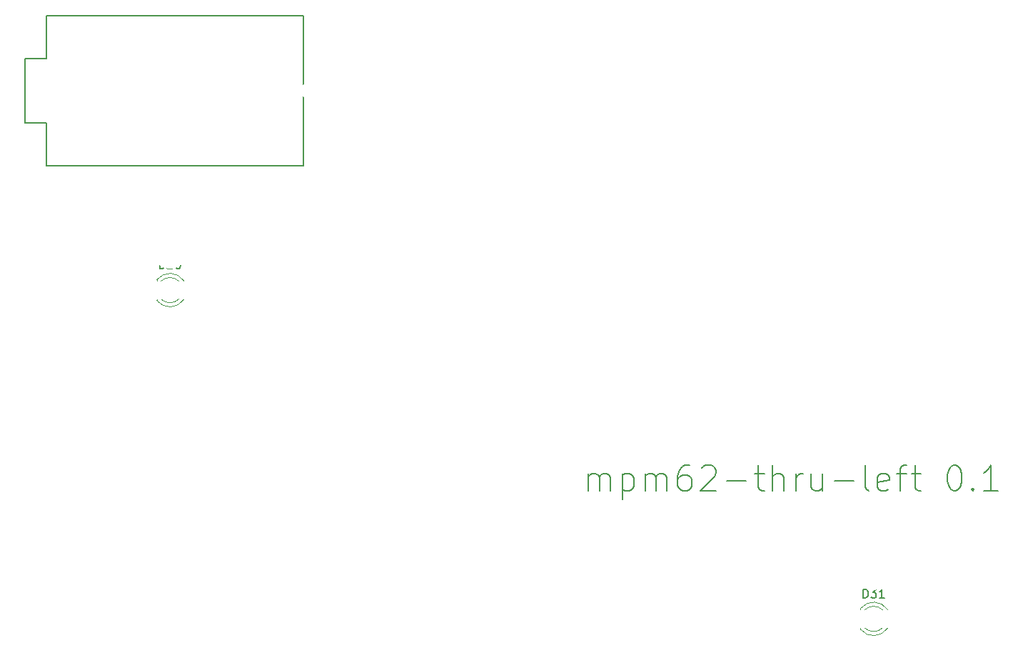
<source format=gto>
G04 #@! TF.GenerationSoftware,KiCad,Pcbnew,(5.1.4-0-10_14)*
G04 #@! TF.CreationDate,2020-10-01T03:15:46-07:00*
G04 #@! TF.ProjectId,mpm62-kb-left,6d706d36-322d-46b6-922d-6c6566742e6b,rev?*
G04 #@! TF.SameCoordinates,Original*
G04 #@! TF.FileFunction,Legend,Top*
G04 #@! TF.FilePolarity,Positive*
%FSLAX46Y46*%
G04 Gerber Fmt 4.6, Leading zero omitted, Abs format (unit mm)*
G04 Created by KiCad (PCBNEW (5.1.4-0-10_14)) date 2020-10-01 03:15:46*
%MOMM*%
%LPD*%
G04 APERTURE LIST*
%ADD10C,0.150000*%
%ADD11C,0.120000*%
%ADD12C,1.702000*%
%ADD13R,1.702000X1.702000*%
%ADD14O,1.502000X1.502000*%
%ADD15C,1.502000*%
%ADD16C,1.852000*%
%ADD17C,4.089800*%
%ADD18C,3.150000*%
%ADD19O,1.802000X1.802000*%
%ADD20R,1.802000X1.802000*%
%ADD21O,1.702000X1.702000*%
%ADD22C,1.902000*%
%ADD23R,1.902000X1.902000*%
G04 APERTURE END LIST*
D10*
X145648214Y-107719642D02*
X145648214Y-105719642D01*
X145648214Y-106005357D02*
X145791071Y-105862500D01*
X146076785Y-105719642D01*
X146505357Y-105719642D01*
X146791071Y-105862500D01*
X146933928Y-106148214D01*
X146933928Y-107719642D01*
X146933928Y-106148214D02*
X147076785Y-105862500D01*
X147362500Y-105719642D01*
X147791071Y-105719642D01*
X148076785Y-105862500D01*
X148219642Y-106148214D01*
X148219642Y-107719642D01*
X149648214Y-105719642D02*
X149648214Y-108719642D01*
X149648214Y-105862500D02*
X149933928Y-105719642D01*
X150505357Y-105719642D01*
X150791071Y-105862500D01*
X150933928Y-106005357D01*
X151076785Y-106291071D01*
X151076785Y-107148214D01*
X150933928Y-107433928D01*
X150791071Y-107576785D01*
X150505357Y-107719642D01*
X149933928Y-107719642D01*
X149648214Y-107576785D01*
X152362500Y-107719642D02*
X152362500Y-105719642D01*
X152362500Y-106005357D02*
X152505357Y-105862500D01*
X152791071Y-105719642D01*
X153219642Y-105719642D01*
X153505357Y-105862500D01*
X153648214Y-106148214D01*
X153648214Y-107719642D01*
X153648214Y-106148214D02*
X153791071Y-105862500D01*
X154076785Y-105719642D01*
X154505357Y-105719642D01*
X154791071Y-105862500D01*
X154933928Y-106148214D01*
X154933928Y-107719642D01*
X157648214Y-104719642D02*
X157076785Y-104719642D01*
X156791071Y-104862500D01*
X156648214Y-105005357D01*
X156362500Y-105433928D01*
X156219642Y-106005357D01*
X156219642Y-107148214D01*
X156362500Y-107433928D01*
X156505357Y-107576785D01*
X156791071Y-107719642D01*
X157362500Y-107719642D01*
X157648214Y-107576785D01*
X157791071Y-107433928D01*
X157933928Y-107148214D01*
X157933928Y-106433928D01*
X157791071Y-106148214D01*
X157648214Y-106005357D01*
X157362500Y-105862500D01*
X156791071Y-105862500D01*
X156505357Y-106005357D01*
X156362500Y-106148214D01*
X156219642Y-106433928D01*
X159076785Y-105005357D02*
X159219642Y-104862500D01*
X159505357Y-104719642D01*
X160219642Y-104719642D01*
X160505357Y-104862500D01*
X160648214Y-105005357D01*
X160791071Y-105291071D01*
X160791071Y-105576785D01*
X160648214Y-106005357D01*
X158933928Y-107719642D01*
X160791071Y-107719642D01*
X162076785Y-106576785D02*
X164362500Y-106576785D01*
X165362500Y-105719642D02*
X166505357Y-105719642D01*
X165791071Y-104719642D02*
X165791071Y-107291071D01*
X165933928Y-107576785D01*
X166219642Y-107719642D01*
X166505357Y-107719642D01*
X167505357Y-107719642D02*
X167505357Y-104719642D01*
X168791071Y-107719642D02*
X168791071Y-106148214D01*
X168648214Y-105862500D01*
X168362500Y-105719642D01*
X167933928Y-105719642D01*
X167648214Y-105862500D01*
X167505357Y-106005357D01*
X170219642Y-107719642D02*
X170219642Y-105719642D01*
X170219642Y-106291071D02*
X170362500Y-106005357D01*
X170505357Y-105862500D01*
X170791071Y-105719642D01*
X171076785Y-105719642D01*
X173362500Y-105719642D02*
X173362500Y-107719642D01*
X172076785Y-105719642D02*
X172076785Y-107291071D01*
X172219642Y-107576785D01*
X172505357Y-107719642D01*
X172933928Y-107719642D01*
X173219642Y-107576785D01*
X173362500Y-107433928D01*
X174791071Y-106576785D02*
X177076785Y-106576785D01*
X178933928Y-107719642D02*
X178648214Y-107576785D01*
X178505357Y-107291071D01*
X178505357Y-104719642D01*
X181219642Y-107576785D02*
X180933928Y-107719642D01*
X180362500Y-107719642D01*
X180076785Y-107576785D01*
X179933928Y-107291071D01*
X179933928Y-106148214D01*
X180076785Y-105862500D01*
X180362500Y-105719642D01*
X180933928Y-105719642D01*
X181219642Y-105862500D01*
X181362500Y-106148214D01*
X181362500Y-106433928D01*
X179933928Y-106719642D01*
X182219642Y-105719642D02*
X183362500Y-105719642D01*
X182648214Y-107719642D02*
X182648214Y-105148214D01*
X182791071Y-104862500D01*
X183076785Y-104719642D01*
X183362500Y-104719642D01*
X183933928Y-105719642D02*
X185076785Y-105719642D01*
X184362500Y-104719642D02*
X184362500Y-107291071D01*
X184505357Y-107576785D01*
X184791071Y-107719642D01*
X185076785Y-107719642D01*
X188933928Y-104719642D02*
X189219642Y-104719642D01*
X189505357Y-104862500D01*
X189648214Y-105005357D01*
X189791071Y-105291071D01*
X189933928Y-105862500D01*
X189933928Y-106576785D01*
X189791071Y-107148214D01*
X189648214Y-107433928D01*
X189505357Y-107576785D01*
X189219642Y-107719642D01*
X188933928Y-107719642D01*
X188648214Y-107576785D01*
X188505357Y-107433928D01*
X188362500Y-107148214D01*
X188219642Y-106576785D01*
X188219642Y-105862500D01*
X188362500Y-105291071D01*
X188505357Y-105005357D01*
X188648214Y-104862500D01*
X188933928Y-104719642D01*
X191219642Y-107433928D02*
X191362500Y-107576785D01*
X191219642Y-107719642D01*
X191076785Y-107576785D01*
X191219642Y-107433928D01*
X191219642Y-107719642D01*
X194219642Y-107719642D02*
X192505357Y-107719642D01*
X193362500Y-107719642D02*
X193362500Y-104719642D01*
X193076785Y-105148214D01*
X192791071Y-105433928D01*
X192505357Y-105576785D01*
X81360000Y-69215000D02*
X111840000Y-69215000D01*
X81360000Y-64135000D02*
X81360000Y-69215000D01*
X78820000Y-64135000D02*
X81360000Y-64135000D01*
X78820000Y-56515000D02*
X78820000Y-64135000D01*
X81360000Y-56515000D02*
X78820000Y-56515000D01*
X81360000Y-51435000D02*
X81360000Y-56515000D01*
X111840000Y-51435000D02*
X81360000Y-51435000D01*
X111840000Y-69215000D02*
X111840000Y-51435000D01*
D11*
X177908500Y-123988750D02*
X177908500Y-124144750D01*
X177908500Y-121672750D02*
X177908500Y-121828750D01*
X180509630Y-123988587D02*
G75*
G02X178427539Y-123988750I-1041130J1079837D01*
G01*
X180509630Y-121828913D02*
G75*
G03X178427539Y-121828750I-1041130J-1079837D01*
G01*
X181140835Y-123987358D02*
G75*
G02X177908500Y-124144266I-1672335J1078608D01*
G01*
X181140835Y-121830142D02*
G75*
G03X177908500Y-121673234I-1672335J-1078608D01*
G01*
X94452000Y-85027000D02*
X94452000Y-85183000D01*
X94452000Y-82711000D02*
X94452000Y-82867000D01*
X97053130Y-85026837D02*
G75*
G02X94971039Y-85027000I-1041130J1079837D01*
G01*
X97053130Y-82867163D02*
G75*
G03X94971039Y-82867000I-1041130J-1079837D01*
G01*
X97684335Y-85025608D02*
G75*
G02X94452000Y-85182516I-1672335J1078608D01*
G01*
X97684335Y-82868392D02*
G75*
G03X94452000Y-82711484I-1672335J-1078608D01*
G01*
D10*
X178254214Y-120401130D02*
X178254214Y-119401130D01*
X178492309Y-119401130D01*
X178635166Y-119448750D01*
X178730404Y-119543988D01*
X178778023Y-119639226D01*
X178825642Y-119829702D01*
X178825642Y-119972559D01*
X178778023Y-120163035D01*
X178730404Y-120258273D01*
X178635166Y-120353511D01*
X178492309Y-120401130D01*
X178254214Y-120401130D01*
X179158976Y-119401130D02*
X179778023Y-119401130D01*
X179444690Y-119782083D01*
X179587547Y-119782083D01*
X179682785Y-119829702D01*
X179730404Y-119877321D01*
X179778023Y-119972559D01*
X179778023Y-120210654D01*
X179730404Y-120305892D01*
X179682785Y-120353511D01*
X179587547Y-120401130D01*
X179301833Y-120401130D01*
X179206595Y-120353511D01*
X179158976Y-120305892D01*
X180730404Y-120401130D02*
X180158976Y-120401130D01*
X180444690Y-120401130D02*
X180444690Y-119401130D01*
X180349452Y-119543988D01*
X180254214Y-119639226D01*
X180158976Y-119686845D01*
X94797714Y-81439380D02*
X94797714Y-80439380D01*
X95035809Y-80439380D01*
X95178666Y-80487000D01*
X95273904Y-80582238D01*
X95321523Y-80677476D01*
X95369142Y-80867952D01*
X95369142Y-81010809D01*
X95321523Y-81201285D01*
X95273904Y-81296523D01*
X95178666Y-81391761D01*
X95035809Y-81439380D01*
X94797714Y-81439380D01*
X95702476Y-80439380D02*
X96321523Y-80439380D01*
X95988190Y-80820333D01*
X96131047Y-80820333D01*
X96226285Y-80867952D01*
X96273904Y-80915571D01*
X96321523Y-81010809D01*
X96321523Y-81248904D01*
X96273904Y-81344142D01*
X96226285Y-81391761D01*
X96131047Y-81439380D01*
X95845333Y-81439380D01*
X95750095Y-81391761D01*
X95702476Y-81344142D01*
X96940571Y-80439380D02*
X97035809Y-80439380D01*
X97131047Y-80487000D01*
X97178666Y-80534619D01*
X97226285Y-80629857D01*
X97273904Y-80820333D01*
X97273904Y-81058428D01*
X97226285Y-81248904D01*
X97178666Y-81344142D01*
X97131047Y-81391761D01*
X97035809Y-81439380D01*
X96940571Y-81439380D01*
X96845333Y-81391761D01*
X96797714Y-81344142D01*
X96750095Y-81248904D01*
X96702476Y-81058428D01*
X96702476Y-80820333D01*
X96750095Y-80629857D01*
X96797714Y-80534619D01*
X96845333Y-80487000D01*
X96940571Y-80439380D01*
%LPC*%
D12*
X82630000Y-67945000D03*
X85170000Y-67945000D03*
X87710000Y-67945000D03*
X90250000Y-67945000D03*
X92790000Y-67945000D03*
X95330000Y-67945000D03*
X97870000Y-67945000D03*
X100410000Y-67945000D03*
X102950000Y-67945000D03*
X105490000Y-67945000D03*
X108030000Y-67945000D03*
X110570000Y-67945000D03*
X110570000Y-52705000D03*
X108030000Y-52705000D03*
X105490000Y-52705000D03*
X102950000Y-52705000D03*
X100410000Y-52705000D03*
X97870000Y-52705000D03*
X95330000Y-52705000D03*
X92790000Y-52705000D03*
X90250000Y-52705000D03*
X87710000Y-52705000D03*
X85170000Y-52705000D03*
D13*
X82630000Y-52705000D03*
D14*
X85725000Y-79121000D03*
D15*
X85725000Y-84201000D03*
D14*
X88011000Y-76708000D03*
D15*
X88011000Y-81788000D03*
D16*
X213042500Y-98425000D03*
X202882500Y-98425000D03*
D17*
X207962500Y-98425000D03*
D16*
X208280000Y-41275000D03*
X198120000Y-41275000D03*
D17*
X203200000Y-41275000D03*
X198437500Y-125730000D03*
X160337500Y-125730000D03*
D18*
X198437500Y-110490000D03*
X160337500Y-110490000D03*
D16*
X184467500Y-117475000D03*
X174307500Y-117475000D03*
D17*
X179387500Y-117475000D03*
D16*
X193992500Y-98425000D03*
X183832500Y-98425000D03*
D17*
X188912500Y-98425000D03*
D16*
X203517500Y-79375000D03*
X193357500Y-79375000D03*
D17*
X198437500Y-79375000D03*
D16*
X198755000Y-60325000D03*
X188595000Y-60325000D03*
D17*
X193675000Y-60325000D03*
D16*
X189230000Y-41275000D03*
X179070000Y-41275000D03*
D17*
X184150000Y-41275000D03*
D16*
X174942500Y-98425000D03*
X164782500Y-98425000D03*
D17*
X169862500Y-98425000D03*
D16*
X184467500Y-79375000D03*
X174307500Y-79375000D03*
D17*
X179387500Y-79375000D03*
D16*
X179705000Y-60325000D03*
X169545000Y-60325000D03*
D17*
X174625000Y-60325000D03*
D16*
X170180000Y-41275000D03*
X160020000Y-41275000D03*
D17*
X165100000Y-41275000D03*
D16*
X155892500Y-98425000D03*
X145732500Y-98425000D03*
D17*
X150812500Y-98425000D03*
D16*
X165417500Y-79375000D03*
X155257500Y-79375000D03*
D17*
X160337500Y-79375000D03*
D16*
X160655000Y-60325000D03*
X150495000Y-60325000D03*
D17*
X155575000Y-60325000D03*
D16*
X151130000Y-41275000D03*
X140970000Y-41275000D03*
D17*
X146050000Y-41275000D03*
D16*
X143986250Y-117475000D03*
X133826250Y-117475000D03*
D17*
X138906250Y-117475000D03*
D16*
X136842500Y-98425000D03*
X126682500Y-98425000D03*
D17*
X131762500Y-98425000D03*
D16*
X146367500Y-79375000D03*
X136207500Y-79375000D03*
D17*
X141287500Y-79375000D03*
D16*
X141605000Y-60325000D03*
X131445000Y-60325000D03*
D17*
X136525000Y-60325000D03*
D16*
X132080000Y-41275000D03*
X121920000Y-41275000D03*
D17*
X127000000Y-41275000D03*
D16*
X120173750Y-117475000D03*
X110013750Y-117475000D03*
D17*
X115093750Y-117475000D03*
D16*
X127317500Y-79375000D03*
X117157500Y-79375000D03*
D17*
X122237500Y-79375000D03*
D16*
X122555000Y-60325000D03*
X112395000Y-60325000D03*
D17*
X117475000Y-60325000D03*
D16*
X113030000Y-41275000D03*
X102870000Y-41275000D03*
D17*
X107950000Y-41275000D03*
D16*
X96361250Y-117475000D03*
X86201250Y-117475000D03*
D17*
X91281250Y-117475000D03*
X112744250Y-106680000D03*
X88868250Y-106680000D03*
D18*
X112744250Y-91440000D03*
X88868250Y-91440000D03*
D16*
X105886250Y-98425000D03*
X95726250Y-98425000D03*
D17*
X100806250Y-98425000D03*
D16*
X101123750Y-79375000D03*
X90963750Y-79375000D03*
D17*
X96043750Y-79375000D03*
D16*
X98742500Y-60325000D03*
X88582500Y-60325000D03*
D17*
X93662500Y-60325000D03*
D16*
X93980000Y-41275000D03*
X83820000Y-41275000D03*
D17*
X88900000Y-41275000D03*
D19*
X192881250Y-121126250D03*
X192881250Y-118586250D03*
X192881250Y-116046250D03*
D20*
X192881250Y-113506250D03*
D21*
X199771000Y-92964000D03*
D13*
X199771000Y-100584000D03*
D21*
X194945000Y-35941000D03*
D13*
X194945000Y-43561000D03*
D21*
X170307000Y-114808000D03*
D13*
X170307000Y-122428000D03*
D21*
X197104000Y-95504000D03*
D13*
X197104000Y-103124000D03*
D21*
X190373000Y-73787000D03*
D13*
X190373000Y-81407000D03*
D21*
X200152000Y-68961000D03*
D13*
X192532000Y-68961000D03*
D21*
X192278000Y-39243000D03*
D13*
X192278000Y-46863000D03*
D21*
X178181000Y-95377000D03*
D13*
X178181000Y-102997000D03*
D21*
X187579000Y-76073000D03*
D13*
X187579000Y-83693000D03*
D21*
X182880000Y-57404000D03*
D13*
X182880000Y-65024000D03*
D21*
X173609000Y-39243000D03*
D13*
X173609000Y-46863000D03*
D21*
X159131000Y-95377000D03*
D13*
X159131000Y-102997000D03*
D21*
X168910000Y-76073000D03*
D13*
X168910000Y-83693000D03*
D21*
X163957000Y-57404000D03*
D13*
X163957000Y-65024000D03*
D21*
X154178000Y-39243000D03*
D13*
X154178000Y-46863000D03*
D21*
X147701000Y-114935000D03*
D13*
X147701000Y-122555000D03*
D21*
X140081000Y-95377000D03*
D13*
X140081000Y-102997000D03*
D21*
X149606000Y-76073000D03*
D13*
X149606000Y-83693000D03*
D21*
X144780000Y-57404000D03*
D13*
X144780000Y-65024000D03*
D21*
X135509000Y-39243000D03*
D13*
X135509000Y-46863000D03*
D21*
X123825000Y-114935000D03*
D13*
X123825000Y-122555000D03*
D21*
X130556000Y-76073000D03*
D13*
X130556000Y-83693000D03*
D21*
X125857000Y-57404000D03*
D13*
X125857000Y-65024000D03*
D21*
X116332000Y-39243000D03*
D13*
X116332000Y-46863000D03*
D21*
X99949000Y-114935000D03*
D13*
X99949000Y-122555000D03*
D21*
X109601000Y-95377000D03*
D13*
X109601000Y-102997000D03*
D21*
X104267000Y-76073000D03*
D13*
X104267000Y-83693000D03*
D21*
X128397000Y-54483000D03*
D13*
X128397000Y-62103000D03*
D21*
X97282000Y-39243000D03*
D13*
X97282000Y-46863000D03*
D22*
X180738500Y-122908750D03*
D23*
X178198500Y-122908750D03*
D22*
X97282000Y-83947000D03*
D23*
X94742000Y-83947000D03*
M02*

</source>
